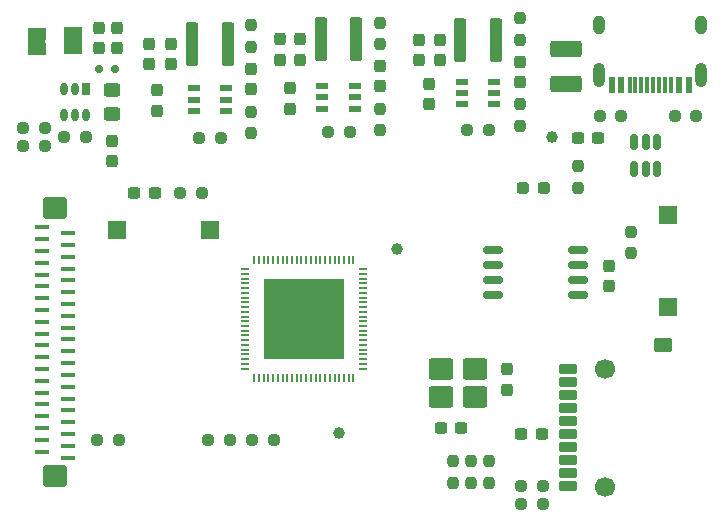
<source format=gbr>
%TF.GenerationSoftware,KiCad,Pcbnew,9.0.3*%
%TF.CreationDate,2025-07-24T02:47:58+05:30*%
%TF.ProjectId,DevBoard_F1C100s_Rev2,44657642-6f61-4726-945f-463143313030,rev?*%
%TF.SameCoordinates,Original*%
%TF.FileFunction,Soldermask,Top*%
%TF.FilePolarity,Negative*%
%FSLAX46Y46*%
G04 Gerber Fmt 4.6, Leading zero omitted, Abs format (unit mm)*
G04 Created by KiCad (PCBNEW 9.0.3) date 2025-07-24 02:47:58*
%MOMM*%
%LPD*%
G01*
G04 APERTURE LIST*
G04 Aperture macros list*
%AMRoundRect*
0 Rectangle with rounded corners*
0 $1 Rounding radius*
0 $2 $3 $4 $5 $6 $7 $8 $9 X,Y pos of 4 corners*
0 Add a 4 corners polygon primitive as box body*
4,1,4,$2,$3,$4,$5,$6,$7,$8,$9,$2,$3,0*
0 Add four circle primitives for the rounded corners*
1,1,$1+$1,$2,$3*
1,1,$1+$1,$4,$5*
1,1,$1+$1,$6,$7*
1,1,$1+$1,$8,$9*
0 Add four rect primitives between the rounded corners*
20,1,$1+$1,$2,$3,$4,$5,0*
20,1,$1+$1,$4,$5,$6,$7,0*
20,1,$1+$1,$6,$7,$8,$9,0*
20,1,$1+$1,$8,$9,$2,$3,0*%
G04 Aperture macros list end*
%ADD10C,1.700000*%
%ADD11RoundRect,0.172500X-0.627500X-0.402500X0.627500X-0.402500X0.627500X0.402500X-0.627500X0.402500X0*%
%ADD12RoundRect,0.127500X-0.672500X-0.297500X0.672500X-0.297500X0.672500X0.297500X-0.672500X0.297500X0*%
%ADD13RoundRect,0.237500X-0.250000X-0.237500X0.250000X-0.237500X0.250000X0.237500X-0.250000X0.237500X0*%
%ADD14RoundRect,0.250000X0.300000X1.600000X-0.300000X1.600000X-0.300000X-1.600000X0.300000X-1.600000X0*%
%ADD15RoundRect,0.237500X-0.237500X0.300000X-0.237500X-0.300000X0.237500X-0.300000X0.237500X0.300000X0*%
%ADD16R,1.000000X0.599999*%
%ADD17RoundRect,0.237500X0.237500X-0.300000X0.237500X0.300000X-0.237500X0.300000X-0.237500X-0.300000X0*%
%ADD18RoundRect,0.237500X-0.237500X0.250000X-0.237500X-0.250000X0.237500X-0.250000X0.237500X0.250000X0*%
%ADD19RoundRect,0.237500X0.250000X0.237500X-0.250000X0.237500X-0.250000X-0.237500X0.250000X-0.237500X0*%
%ADD20RoundRect,0.162500X-0.650000X-0.162500X0.650000X-0.162500X0.650000X0.162500X-0.650000X0.162500X0*%
%ADD21C,1.000000*%
%ADD22RoundRect,0.250000X0.450000X-0.325000X0.450000X0.325000X-0.450000X0.325000X-0.450000X-0.325000X0*%
%ADD23RoundRect,0.237500X0.237500X-0.250000X0.237500X0.250000X-0.237500X0.250000X-0.237500X-0.250000X0*%
%ADD24R,1.500000X1.500000*%
%ADD25RoundRect,0.250000X-0.800000X-0.650000X0.800000X-0.650000X0.800000X0.650000X-0.800000X0.650000X0*%
%ADD26RoundRect,0.150000X-0.150000X0.512500X-0.150000X-0.512500X0.150000X-0.512500X0.150000X0.512500X0*%
%ADD27RoundRect,0.237500X-0.300000X-0.237500X0.300000X-0.237500X0.300000X0.237500X-0.300000X0.237500X0*%
%ADD28RoundRect,0.150000X0.150000X0.200000X-0.150000X0.200000X-0.150000X-0.200000X0.150000X-0.200000X0*%
%ADD29RoundRect,0.237500X0.300000X0.237500X-0.300000X0.237500X-0.300000X-0.237500X0.300000X-0.237500X0*%
%ADD30R,1.500000X1.000000*%
%ADD31R,0.650000X1.060000*%
%ADD32O,0.650000X1.060000*%
%ADD33RoundRect,0.180000X-0.820000X0.720000X-0.820000X-0.720000X0.820000X-0.720000X0.820000X0.720000X0*%
%ADD34O,1.250000X0.400000*%
%ADD35R,0.800000X0.200000*%
%ADD36R,0.200000X0.800000*%
%ADD37R,6.740000X6.740000*%
%ADD38RoundRect,0.250001X1.074999X-0.462499X1.074999X0.462499X-1.074999X0.462499X-1.074999X-0.462499X0*%
%ADD39RoundRect,0.237500X-0.287500X-0.237500X0.287500X-0.237500X0.287500X0.237500X-0.287500X0.237500X0*%
%ADD40R,0.600000X1.450000*%
%ADD41R,0.300000X1.450000*%
%ADD42O,1.000000X2.100000*%
%ADD43O,1.000000X1.600000*%
G04 APERTURE END LIST*
%TO.C,JP2*%
G36*
X130500000Y-36600000D02*
G01*
X132000000Y-36600000D01*
X132000000Y-36300000D01*
X130500000Y-36300000D01*
X130500000Y-36600000D01*
G37*
%TO.C,JP1*%
G36*
X133600000Y-36562500D02*
G01*
X135100000Y-36562500D01*
X135100000Y-36262500D01*
X133600000Y-36262500D01*
X133600000Y-36562500D01*
G37*
%TD*%
D10*
%TO.C,J2*%
X179400000Y-64200000D03*
X179400000Y-74200000D03*
D11*
X184300000Y-62200000D03*
D12*
X176250000Y-66400000D03*
X176250000Y-67500000D03*
X176250000Y-68600000D03*
X176250000Y-69700000D03*
X176250000Y-70800000D03*
X176250000Y-71900000D03*
X176250000Y-73000000D03*
X176250000Y-74100000D03*
X176250000Y-64200000D03*
X176250000Y-65300000D03*
%TD*%
D13*
%TO.C,R17*%
X146862499Y-44683370D03*
X145037499Y-44683370D03*
%TD*%
D14*
%TO.C,L2*%
X144449999Y-36687499D03*
X147449999Y-36687499D03*
%TD*%
D15*
%TO.C,C32*%
X140797384Y-38412499D03*
X140797384Y-36687499D03*
%TD*%
D16*
%TO.C,U5*%
X147324999Y-40437500D03*
X147324999Y-41387501D03*
X147324999Y-42337499D03*
X144574999Y-42337499D03*
X144574999Y-41387501D03*
X144574999Y-40437500D03*
%TD*%
D15*
%TO.C,C35*%
X142647384Y-38412499D03*
X142647384Y-36687499D03*
%TD*%
D17*
%TO.C,C26*%
X141450000Y-40612500D03*
X141450000Y-42337500D03*
%TD*%
%TO.C,C29*%
X149400000Y-38800501D03*
X149400000Y-40525501D03*
%TD*%
D18*
%TO.C,R21*%
X149400000Y-44250500D03*
X149400000Y-42425500D03*
%TD*%
%TO.C,R20*%
X149400000Y-36925501D03*
X149400000Y-35100501D03*
%TD*%
D16*
%TO.C,U7*%
X167249999Y-39900001D03*
X167249999Y-40850002D03*
X167249999Y-41800000D03*
X169999999Y-41800000D03*
X169999999Y-40850002D03*
X169999999Y-39900001D03*
%TD*%
D18*
%TO.C,R25*%
X172199999Y-41800000D03*
X172199999Y-43625000D03*
%TD*%
D13*
%TO.C,R19*%
X167712499Y-44000001D03*
X169537499Y-44000001D03*
%TD*%
D17*
%TO.C,C31*%
X172199999Y-39900001D03*
X172199999Y-38175001D03*
%TD*%
D14*
%TO.C,L4*%
X170124999Y-36350001D03*
X167124999Y-36350001D03*
%TD*%
D18*
%TO.C,R24*%
X172199999Y-34487501D03*
X172199999Y-36312501D03*
%TD*%
D17*
%TO.C,C28*%
X164499999Y-41800000D03*
X164499999Y-40075000D03*
%TD*%
D15*
%TO.C,C34*%
X163599999Y-36337501D03*
X163599999Y-38062501D03*
%TD*%
%TO.C,C37*%
X165399999Y-36337501D03*
X165399999Y-38062501D03*
%TD*%
D19*
%TO.C,R4*%
X145212500Y-49300000D03*
X143387500Y-49300000D03*
%TD*%
D20*
%TO.C,U2*%
X169879450Y-54095000D03*
X169879450Y-55365000D03*
X169879450Y-56635000D03*
X169879450Y-57905000D03*
X177054450Y-57905000D03*
X177054450Y-56635000D03*
X177054450Y-55365000D03*
X177054450Y-54095000D03*
%TD*%
D18*
%TO.C,R22*%
X160325000Y-34877499D03*
X160325000Y-36702499D03*
%TD*%
D16*
%TO.C,U6*%
X155450000Y-40249999D03*
X155450000Y-41200000D03*
X155450000Y-42149998D03*
X158200000Y-42149998D03*
X158200000Y-41200000D03*
X158200000Y-40249999D03*
%TD*%
D21*
%TO.C,TP1*%
X156850000Y-69600000D03*
%TD*%
D22*
%TO.C,L1*%
X137600000Y-42612500D03*
X137600000Y-40562500D03*
%TD*%
D17*
%TO.C,C19*%
X171107971Y-65952500D03*
X171107971Y-64227500D03*
%TD*%
D23*
%TO.C,R8*%
X169550000Y-73812500D03*
X169550000Y-71987500D03*
%TD*%
D24*
%TO.C,SW2*%
X138100000Y-52400000D03*
X145900000Y-52400000D03*
%TD*%
D21*
%TO.C,TP7*%
X174850000Y-44550000D03*
%TD*%
D19*
%TO.C,R11*%
X135437500Y-44537500D03*
X133612500Y-44537500D03*
%TD*%
D23*
%TO.C,R10*%
X166500000Y-73812500D03*
X166500000Y-71987500D03*
%TD*%
D13*
%TO.C,R15*%
X130100000Y-45350000D03*
X131925000Y-45350000D03*
%TD*%
D19*
%TO.C,R13*%
X180744500Y-42800000D03*
X178919500Y-42800000D03*
%TD*%
D13*
%TO.C,R14*%
X130100000Y-43800000D03*
X131925000Y-43800000D03*
%TD*%
D17*
%TO.C,C25*%
X136500000Y-37062500D03*
X136500000Y-35337500D03*
%TD*%
D25*
%TO.C,Y1*%
X165475000Y-66533212D03*
X168375000Y-66533212D03*
X168375000Y-64233212D03*
X165475000Y-64233212D03*
%TD*%
D15*
%TO.C,C21*%
X179700000Y-55437500D03*
X179700000Y-57162500D03*
%TD*%
D26*
%TO.C,U4*%
X183764000Y-44958000D03*
X182814000Y-44958000D03*
X181864000Y-44958000D03*
X181864000Y-47233000D03*
X182814000Y-47233000D03*
X183764000Y-47233000D03*
%TD*%
D23*
%TO.C,R9*%
X168025000Y-73812500D03*
X168025000Y-71987500D03*
%TD*%
D13*
%TO.C,R5*%
X172287500Y-75625000D03*
X174112500Y-75625000D03*
%TD*%
D27*
%TO.C,C23*%
X177087500Y-44650000D03*
X178812500Y-44650000D03*
%TD*%
D17*
%TO.C,C27*%
X152725000Y-42149998D03*
X152725000Y-40424998D03*
%TD*%
D28*
%TO.C,D1*%
X136500000Y-38787500D03*
X137900000Y-38787500D03*
%TD*%
D29*
%TO.C,C16*%
X141262500Y-49300000D03*
X139537500Y-49300000D03*
%TD*%
D30*
%TO.C,JP2*%
X131250000Y-37100000D03*
X131250000Y-35800000D03*
%TD*%
D17*
%TO.C,C24*%
X138100000Y-37050000D03*
X138100000Y-35325000D03*
%TD*%
D23*
%TO.C,R6*%
X181600000Y-54389277D03*
X181600000Y-52564277D03*
%TD*%
D19*
%TO.C,R3*%
X147600000Y-70200000D03*
X145775000Y-70200000D03*
%TD*%
D31*
%TO.C,U3*%
X135450001Y-40487500D03*
D32*
X134500000Y-40487500D03*
X133549999Y-40487500D03*
X133549999Y-42687500D03*
X134500000Y-42687500D03*
X135450001Y-42687500D03*
%TD*%
D15*
%TO.C,C33*%
X151875000Y-36289999D03*
X151875000Y-38014999D03*
%TD*%
D33*
%TO.C,J1*%
X132800000Y-50600000D03*
X132800000Y-73300000D03*
D34*
X131675000Y-52200000D03*
X133925000Y-52700000D03*
X131675000Y-53200000D03*
X133925000Y-53700000D03*
X131675000Y-54200000D03*
X133925000Y-54700000D03*
X131675000Y-55200000D03*
X133925000Y-55700000D03*
X131675000Y-56200000D03*
X133925000Y-56700000D03*
X131675000Y-57200000D03*
X133925000Y-57700000D03*
X131675000Y-58200000D03*
X133925000Y-58700000D03*
X131675000Y-59200000D03*
X133925000Y-59700000D03*
X131675000Y-60200000D03*
X133925000Y-60700000D03*
X131675000Y-61200000D03*
X133925000Y-61700000D03*
X131675000Y-62200000D03*
X133925000Y-62700000D03*
X131675000Y-63200000D03*
X133925000Y-63700000D03*
X131675000Y-64200000D03*
X133925000Y-64700000D03*
X131675000Y-65200000D03*
X133925000Y-65700000D03*
X131675000Y-66200000D03*
X133925000Y-66700000D03*
X131675000Y-67200000D03*
X133925000Y-67700000D03*
X131675000Y-68200000D03*
X133925000Y-68700000D03*
X131675000Y-69200000D03*
X133925000Y-69700000D03*
X131675000Y-70200000D03*
X133925000Y-70700000D03*
X131675000Y-71200000D03*
X133925000Y-71700000D03*
%TD*%
D27*
%TO.C,C17*%
X165475000Y-69200000D03*
X167200000Y-69200000D03*
%TD*%
D15*
%TO.C,C36*%
X153575000Y-36289999D03*
X153575000Y-38014999D03*
%TD*%
D35*
%TO.C,U1*%
X148854450Y-55757500D03*
X148854450Y-56157500D03*
X148854450Y-56557500D03*
X148854450Y-56957500D03*
X148854450Y-57357500D03*
X148854450Y-57757500D03*
X148854450Y-58157500D03*
X148854450Y-58557500D03*
X148854450Y-58957500D03*
X148854450Y-59357500D03*
X148854450Y-59757500D03*
X148854450Y-60157500D03*
X148854450Y-60557500D03*
X148854450Y-60957500D03*
X148854450Y-61357500D03*
X148854450Y-61757500D03*
X148854450Y-62157500D03*
X148854450Y-62557500D03*
X148854450Y-62957500D03*
X148854450Y-63357500D03*
X148854450Y-63757500D03*
X148854450Y-64157500D03*
D36*
X149674450Y-64977500D03*
X150074450Y-64977500D03*
X150474450Y-64977500D03*
X150874450Y-64977500D03*
X151274450Y-64977500D03*
X151674450Y-64977500D03*
X152074450Y-64977500D03*
X152474450Y-64977500D03*
X152874450Y-64977500D03*
X153274450Y-64977500D03*
X153674450Y-64977500D03*
X154074450Y-64977500D03*
X154474450Y-64977500D03*
X154874450Y-64977500D03*
X155274450Y-64977500D03*
X155674450Y-64977500D03*
X156074450Y-64977500D03*
X156474450Y-64977500D03*
X156874450Y-64977500D03*
X157274450Y-64977500D03*
X157674450Y-64977500D03*
X158074450Y-64977500D03*
D35*
X158894450Y-64157500D03*
X158894450Y-63757500D03*
X158894450Y-63357500D03*
X158894450Y-62957500D03*
X158894450Y-62557500D03*
X158894450Y-62157500D03*
X158894450Y-61757500D03*
X158894450Y-61357500D03*
X158894450Y-60957500D03*
X158894450Y-60557500D03*
X158894450Y-60157500D03*
X158894450Y-59757500D03*
X158894450Y-59357500D03*
X158894450Y-58957500D03*
X158894450Y-58557500D03*
X158894450Y-58157500D03*
X158894450Y-57757500D03*
X158894450Y-57357500D03*
X158894450Y-56957500D03*
X158894450Y-56557500D03*
X158894450Y-56157500D03*
X158894450Y-55757500D03*
D36*
X158074450Y-54937500D03*
X157674450Y-54937500D03*
X157274450Y-54937500D03*
X156874450Y-54937500D03*
X156474450Y-54937500D03*
X156074450Y-54937500D03*
X155674450Y-54937500D03*
X155274450Y-54937500D03*
X154874450Y-54937500D03*
X154474450Y-54937500D03*
X154074450Y-54937500D03*
X153674450Y-54937500D03*
X153274450Y-54937500D03*
X152874450Y-54937500D03*
X152474450Y-54937500D03*
X152074450Y-54937500D03*
X151674450Y-54937500D03*
X151274450Y-54937500D03*
X150874450Y-54937500D03*
X150474450Y-54937500D03*
X150074450Y-54937500D03*
X149674450Y-54937500D03*
D37*
X153874450Y-59957500D03*
%TD*%
D14*
%TO.C,L3*%
X158325000Y-36289999D03*
X155325000Y-36289999D03*
%TD*%
D19*
%TO.C,R2*%
X151325000Y-70200000D03*
X149500000Y-70200000D03*
%TD*%
D24*
%TO.C,SW3*%
X184700000Y-58989277D03*
X184700000Y-51189277D03*
%TD*%
D17*
%TO.C,C30*%
X160325000Y-40249999D03*
X160325000Y-38524999D03*
%TD*%
D38*
%TO.C,F1*%
X176100000Y-40102000D03*
X176100000Y-37127000D03*
%TD*%
D13*
%TO.C,R7*%
X172287500Y-74100000D03*
X174112500Y-74100000D03*
%TD*%
%TO.C,R12*%
X185269500Y-42800000D03*
X187094500Y-42800000D03*
%TD*%
D15*
%TO.C,C22*%
X137650000Y-44887500D03*
X137650000Y-46612500D03*
%TD*%
D19*
%TO.C,R1*%
X136387500Y-70200000D03*
X138212500Y-70200000D03*
%TD*%
D18*
%TO.C,R23*%
X160325000Y-42149998D03*
X160325000Y-43974998D03*
%TD*%
D29*
%TO.C,C20*%
X174000000Y-69700000D03*
X172275000Y-69700000D03*
%TD*%
D13*
%TO.C,R18*%
X155942500Y-44142370D03*
X157767500Y-44142370D03*
%TD*%
D39*
%TO.C,D2*%
X172425000Y-48862500D03*
X174175000Y-48862500D03*
%TD*%
D21*
%TO.C,TP2*%
X161800000Y-54050000D03*
%TD*%
D30*
%TO.C,JP1*%
X134350000Y-37062500D03*
X134350000Y-35762500D03*
%TD*%
D18*
%TO.C,R16*%
X177050000Y-47037500D03*
X177050000Y-48862500D03*
%TD*%
D40*
%TO.C,J3*%
X186450000Y-40193000D03*
X185650000Y-40193000D03*
D41*
X184450000Y-40193000D03*
X183450000Y-40193000D03*
X182950000Y-40193000D03*
X181950000Y-40193000D03*
D40*
X180750000Y-40193000D03*
X179950000Y-40193000D03*
X179950000Y-40193000D03*
X180750000Y-40193000D03*
D41*
X181450000Y-40193000D03*
X182450000Y-40193000D03*
X183950000Y-40193000D03*
X184950000Y-40193000D03*
D40*
X185650000Y-40193000D03*
X186450000Y-40193000D03*
D42*
X187520000Y-39278000D03*
D43*
X187520000Y-35098000D03*
D42*
X178880000Y-39278000D03*
D43*
X178880000Y-35098000D03*
%TD*%
M02*

</source>
